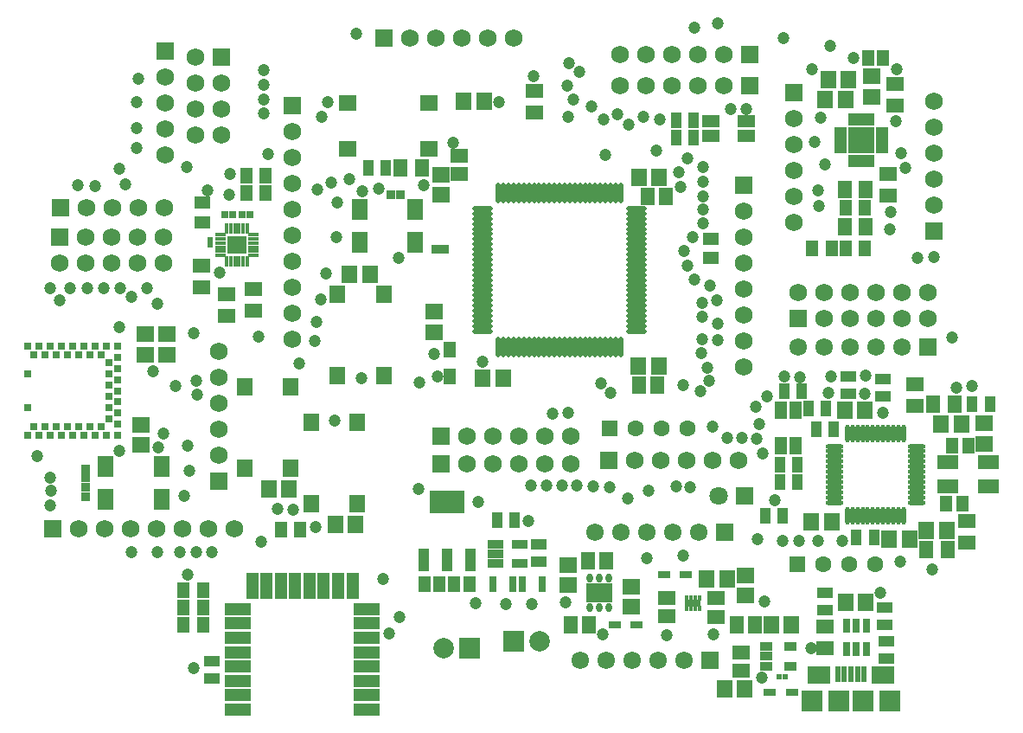
<source format=gts>
G04 Layer_Color=8388736*
%FSLAX44Y44*%
%MOMM*%
G71*
G01*
G75*
%ADD86R,1.7532X1.5532*%
%ADD87O,0.6032X0.9032*%
%ADD88R,2.6032X1.8532*%
%ADD89R,1.2632X0.7432*%
%ADD90R,1.3032X0.8532*%
%ADD91R,1.6532X1.3532*%
%ADD92R,1.5532X1.7532*%
%ADD93R,0.5632X0.5232*%
%ADD94R,1.3532X1.6532*%
%ADD95R,1.2532X1.6032*%
%ADD96R,2.0032X1.4032*%
%ADD97R,1.0532X1.5032*%
%ADD98R,0.7532X1.5532*%
%ADD99R,1.5032X0.9032*%
%ADD100R,1.5032X1.0532*%
%ADD101R,1.2532X1.5532*%
%ADD102R,3.4032X2.3032*%
%ADD103R,1.1032X2.3032*%
%ADD104R,1.6432X0.6432*%
%ADD105R,0.4632X0.5532*%
%ADD106R,1.5032X1.7532*%
%ADD107C,1.2032*%
%ADD108R,1.7032X1.4532*%
%ADD109R,2.6532X2.6532*%
%ADD110R,0.5032X1.1532*%
%ADD111R,1.1532X0.5032*%
%ADD112R,1.7032X1.2032*%
%ADD113R,1.6032X1.2532*%
%ADD114R,0.7632X0.7232*%
%ADD115R,1.2032X2.6532*%
%ADD116R,2.6532X1.2032*%
%ADD117O,0.5032X2.0032*%
%ADD118O,2.0032X0.5032*%
%ADD119R,1.4532X1.7032*%
%ADD120R,0.8032X1.4032*%
%ADD121R,1.7032X1.6032*%
%ADD122R,0.8232X0.8232*%
%ADD123R,2.1032X2.1032*%
%ADD124R,2.0032X2.1032*%
%ADD125R,0.6032X1.5532*%
%ADD126R,2.3032X1.8032*%
%ADD127R,1.1532X1.5532*%
%ADD128R,0.6932X0.6932*%
%ADD129R,1.9032X1.7432*%
%ADD130O,0.4032X1.1032*%
%ADD131O,1.1032X0.4032*%
%ADD132R,0.8232X0.8232*%
%ADD133R,1.5032X2.1032*%
%ADD134R,0.5232X0.5632*%
%ADD135R,1.2032X1.6032*%
%ADD136R,1.7532X1.5032*%
%ADD137O,1.7532X0.4532*%
%ADD138O,0.4532X1.7532*%
%ADD139R,1.2032X1.7032*%
%ADD140R,2.0032X2.0032*%
%ADD141C,2.0032*%
%ADD142R,1.7532X1.7532*%
%ADD143C,1.7532*%
%ADD144R,1.7232X1.7232*%
%ADD145C,1.7232*%
%ADD146R,1.7532X1.7532*%
%ADD147C,1.6032*%
%ADD148R,1.6032X1.6032*%
%ADD149R,1.8032X1.8032*%
%ADD150C,1.8032*%
%ADD151C,0.7032*%
D86*
X531500Y-21250D02*
D03*
Y-41250D02*
D03*
X593250Y-42500D02*
D03*
Y-62500D02*
D03*
X704765Y-51457D02*
D03*
Y-31457D02*
D03*
X828750Y456500D02*
D03*
Y436500D02*
D03*
X400250Y226250D02*
D03*
Y206250D02*
D03*
X117750Y184250D02*
D03*
Y204250D02*
D03*
X939000Y117000D02*
D03*
Y97000D02*
D03*
X138750Y184250D02*
D03*
Y204250D02*
D03*
D87*
X571250Y-34500D02*
D03*
X561750D02*
D03*
X552250D02*
D03*
Y-63000D02*
D03*
X561750D02*
D03*
X571250D02*
D03*
D88*
X561750Y-48750D02*
D03*
D89*
X577300Y-80000D02*
D03*
X598700D02*
D03*
X729100Y-145750D02*
D03*
X750500D02*
D03*
X646450Y-31250D02*
D03*
X625050D02*
D03*
D90*
X749000Y-101250D02*
D03*
Y-120250D02*
D03*
X725000D02*
D03*
Y-110750D02*
D03*
Y-101250D02*
D03*
D91*
X701000Y-125000D02*
D03*
Y-107000D02*
D03*
X627750Y-53750D02*
D03*
Y-71750D02*
D03*
X675995Y-72000D02*
D03*
Y-54000D02*
D03*
X424500Y361000D02*
D03*
Y379000D02*
D03*
D92*
X704500Y-142500D02*
D03*
X684500D02*
D03*
X750250Y-80000D02*
D03*
X730250D02*
D03*
X666995Y-35250D02*
D03*
X686995D02*
D03*
X803000Y434000D02*
D03*
X783000D02*
D03*
X823000Y-58000D02*
D03*
X803000D02*
D03*
X429000Y432500D02*
D03*
X449000D02*
D03*
X896750Y116750D02*
D03*
X916750D02*
D03*
X317250Y263250D02*
D03*
X337250D02*
D03*
X806000Y453750D02*
D03*
X786000D02*
D03*
X845750Y4000D02*
D03*
X865750D02*
D03*
X600000Y173500D02*
D03*
X620000D02*
D03*
X600750Y357750D02*
D03*
X620750D02*
D03*
X323500Y18500D02*
D03*
X303500D02*
D03*
X467750Y161250D02*
D03*
X447750D02*
D03*
X882250Y12250D02*
D03*
X902250D02*
D03*
X802000Y129750D02*
D03*
X822000D02*
D03*
X789750Y20500D02*
D03*
X769750D02*
D03*
X258250Y53250D02*
D03*
X238250D02*
D03*
D93*
X743800Y-131000D02*
D03*
X738200D02*
D03*
D94*
X714500Y-80250D02*
D03*
X696500D02*
D03*
X533750Y-79750D02*
D03*
X551750D02*
D03*
X551000Y-17000D02*
D03*
X569000D02*
D03*
X619000Y154500D02*
D03*
X601000D02*
D03*
X609000Y339250D02*
D03*
X627000D02*
D03*
D95*
X154750Y-80250D02*
D03*
X173750D02*
D03*
X154750Y-63000D02*
D03*
X173750D02*
D03*
X154750Y-45750D02*
D03*
X173750D02*
D03*
X250250Y12750D02*
D03*
X269250D02*
D03*
X770250Y288000D02*
D03*
X789250D02*
D03*
X822000Y327750D02*
D03*
X803000D02*
D03*
X803000Y288000D02*
D03*
X822000D02*
D03*
X216250Y342250D02*
D03*
X235250D02*
D03*
X216250Y359750D02*
D03*
X235250D02*
D03*
D96*
X903000Y79250D02*
D03*
X943000D02*
D03*
Y55250D02*
D03*
X903000D02*
D03*
D97*
X462000Y22750D02*
D03*
X479000D02*
D03*
X654500Y397000D02*
D03*
X637500D02*
D03*
X654500Y413750D02*
D03*
X637500D02*
D03*
X830750Y5500D02*
D03*
X813750D02*
D03*
X353000Y367250D02*
D03*
X336000D02*
D03*
X755750Y76250D02*
D03*
X738750D02*
D03*
X944250Y135750D02*
D03*
X927250D02*
D03*
X738750Y59750D02*
D03*
X755750D02*
D03*
X774250Y111500D02*
D03*
X791250D02*
D03*
X741500Y26750D02*
D03*
X724500D02*
D03*
X760000Y148250D02*
D03*
X743000D02*
D03*
X767000Y131250D02*
D03*
X784000D02*
D03*
D98*
X505875Y-40250D02*
D03*
X486375D02*
D03*
X457375Y-40251D02*
D03*
X476875D02*
D03*
D99*
X484125Y-1250D02*
D03*
Y-20250D02*
D03*
X460125D02*
D03*
Y-10750D02*
D03*
Y-1250D02*
D03*
D100*
X502375Y-1250D02*
D03*
Y-18250D02*
D03*
X805500Y146000D02*
D03*
Y163000D02*
D03*
X182250Y-132750D02*
D03*
Y-115750D02*
D03*
X842750Y-112750D02*
D03*
Y-95750D02*
D03*
X783000Y-49000D02*
D03*
Y-66000D02*
D03*
X841251Y-62750D02*
D03*
Y-79750D02*
D03*
X839250Y143500D02*
D03*
Y160500D02*
D03*
D101*
X420000Y-40250D02*
D03*
X434500D02*
D03*
X391000D02*
D03*
X405500D02*
D03*
X825250Y474250D02*
D03*
X839750D02*
D03*
D102*
X412750Y40500D02*
D03*
D103*
X435750Y-16500D02*
D03*
X412750D02*
D03*
X389750D02*
D03*
D104*
X653745Y-59000D02*
D03*
D105*
X659750Y-53750D02*
D03*
X655750D02*
D03*
X651750D02*
D03*
X647750D02*
D03*
X659750Y-64250D02*
D03*
X655750D02*
D03*
X651750D02*
D03*
X647750D02*
D03*
D106*
X214500Y73500D02*
D03*
X259500D02*
D03*
X214500Y153000D02*
D03*
X259500D02*
D03*
X305750Y164000D02*
D03*
X350750D02*
D03*
X305750Y243500D02*
D03*
X350750D02*
D03*
X280000Y38500D02*
D03*
X325000D02*
D03*
X280000Y118000D02*
D03*
X325000D02*
D03*
D107*
X653250Y299250D02*
D03*
X200500Y361000D02*
D03*
X199750Y341000D02*
D03*
X178500Y345250D02*
D03*
X661500Y185500D02*
D03*
X346000Y346500D02*
D03*
X284250Y16000D02*
D03*
X262000Y32750D02*
D03*
X663250Y353500D02*
D03*
Y339500D02*
D03*
Y326000D02*
D03*
Y312500D02*
D03*
X645250Y286000D02*
D03*
X648500Y271750D02*
D03*
X655250Y258000D02*
D03*
X663000Y234750D02*
D03*
Y221250D02*
D03*
Y199250D02*
D03*
X663250Y367750D02*
D03*
X231250Y1000D02*
D03*
X837500Y-48500D02*
D03*
X238000Y380500D02*
D03*
X233500Y434000D02*
D03*
Y420250D02*
D03*
Y448250D02*
D03*
Y462500D02*
D03*
X285500Y346000D02*
D03*
X157750Y368250D02*
D03*
X92000Y365750D02*
D03*
X98000Y351000D02*
D03*
X108750Y386750D02*
D03*
X68000Y349500D02*
D03*
X51250Y349750D02*
D03*
X324000Y498000D02*
D03*
X677500Y508500D02*
D03*
X655000Y504500D02*
D03*
X108750Y406000D02*
D03*
X294750Y263500D02*
D03*
X109250Y431250D02*
D03*
X536500Y434250D02*
D03*
X579500Y419750D02*
D03*
X590500Y409000D02*
D03*
X605000Y416750D02*
D03*
X621500Y414250D02*
D03*
X705750Y424750D02*
D03*
X690750Y424500D02*
D03*
X385967Y157000D02*
D03*
X403250Y162750D02*
D03*
X268250Y175750D02*
D03*
X810500Y474250D02*
D03*
X778250Y416500D02*
D03*
X770500Y463250D02*
D03*
X419000Y391500D02*
D03*
X722250Y87250D02*
D03*
X726250Y143750D02*
D03*
X714750Y133750D02*
D03*
X718250Y116500D02*
D03*
X687000Y103000D02*
D03*
X716250Y101750D02*
D03*
X702000Y103000D02*
D03*
X672500Y113500D02*
D03*
X927000Y153250D02*
D03*
X447750Y177000D02*
D03*
X789041Y163267D02*
D03*
X786040Y146766D02*
D03*
X822250Y145750D02*
D03*
X822500Y164000D02*
D03*
X610000Y51500D02*
D03*
X651000Y55000D02*
D03*
X637250Y55500D02*
D03*
X366750Y-72500D02*
D03*
X11750Y84750D02*
D03*
X24500Y64250D02*
D03*
X24750Y51250D02*
D03*
X24250Y37000D02*
D03*
X356250Y-88750D02*
D03*
X443500Y40500D02*
D03*
X529000Y-57750D02*
D03*
X441250Y-59250D02*
D03*
X470250Y-60000D02*
D03*
X495500Y-59500D02*
D03*
X643750Y-12000D02*
D03*
X565500Y-89750D02*
D03*
X608500Y-15000D02*
D03*
X783000Y370250D02*
D03*
X772790Y392278D02*
D03*
X531500Y127750D02*
D03*
X516000Y126500D02*
D03*
X572750Y146500D02*
D03*
X563530Y156266D02*
D03*
X839250Y127250D02*
D03*
X758750Y162500D02*
D03*
X743039Y162767D02*
D03*
X888000Y-25750D02*
D03*
X741750Y1750D02*
D03*
X776250Y2000D02*
D03*
X757750Y2250D02*
D03*
X911500Y151750D02*
D03*
X856250Y-18500D02*
D03*
X800000Y2500D02*
D03*
X190500Y264250D02*
D03*
X43500Y249000D02*
D03*
X776750Y330000D02*
D03*
X776000Y345250D02*
D03*
X677750Y214500D02*
D03*
X667500Y171500D02*
D03*
X669750Y158750D02*
D03*
X660750Y149000D02*
D03*
X670000Y251750D02*
D03*
X676750Y237250D02*
D03*
X677750Y198750D02*
D03*
X857000Y381250D02*
D03*
X861750Y367250D02*
D03*
X852000Y412500D02*
D03*
X641250Y348750D02*
D03*
X365750Y279000D02*
D03*
X389750Y350250D02*
D03*
X135500Y107250D02*
D03*
X846000Y306500D02*
D03*
X847250Y323500D02*
D03*
X643750Y154500D02*
D03*
X492250Y21250D02*
D03*
X164750Y-122750D02*
D03*
X385000Y53000D02*
D03*
X247000Y33250D02*
D03*
X302750Y120000D02*
D03*
X329000Y161000D02*
D03*
X283000Y198000D02*
D03*
X285250Y216000D02*
D03*
X289000Y238000D02*
D03*
X639500Y363000D02*
D03*
X648000Y376125D02*
D03*
X618000Y383750D02*
D03*
X567750Y379500D02*
D03*
X317250Y356250D02*
D03*
X329750Y344500D02*
D03*
X304250Y299500D02*
D03*
X305000Y333250D02*
D03*
X299250Y353000D02*
D03*
X155750Y46250D02*
D03*
X183000Y-8500D02*
D03*
X129000D02*
D03*
X103750D02*
D03*
X130500Y93250D02*
D03*
X160750Y70750D02*
D03*
X159250Y95000D02*
D03*
X167000Y159000D02*
D03*
X61000Y249750D02*
D03*
X92500Y249000D02*
D03*
X76750Y249250D02*
D03*
X168500Y145500D02*
D03*
X147000Y153500D02*
D03*
X125000Y167750D02*
D03*
X118750Y249250D02*
D03*
X92250Y211250D02*
D03*
X33750Y237500D02*
D03*
X24000Y249500D02*
D03*
X104250Y240500D02*
D03*
X296000Y431500D02*
D03*
X290500Y417250D02*
D03*
X164750Y205000D02*
D03*
X228000Y202000D02*
D03*
X565750Y414500D02*
D03*
X554500Y427250D02*
D03*
X542500Y461250D02*
D03*
X532000Y469500D02*
D03*
X530250Y447750D02*
D03*
X531250Y417000D02*
D03*
X497750Y457000D02*
D03*
X463500Y431750D02*
D03*
X400250Y185250D02*
D03*
X350000Y-35500D02*
D03*
X167000Y-8500D02*
D03*
X151000D02*
D03*
X158750Y-30500D02*
D03*
X129000Y234000D02*
D03*
X495250Y56000D02*
D03*
X510250D02*
D03*
X525500D02*
D03*
X590250Y43750D02*
D03*
X540000Y56000D02*
D03*
X555750Y55500D02*
D03*
X572000Y55000D02*
D03*
X788250Y486000D02*
D03*
X907750Y200750D02*
D03*
X742250Y493750D02*
D03*
X733500Y42250D02*
D03*
X110500Y454250D02*
D03*
X627750Y-90500D02*
D03*
X717000Y3500D02*
D03*
X721250Y-131250D02*
D03*
X723250Y-57000D02*
D03*
X769000Y-102500D02*
D03*
X873250Y279000D02*
D03*
X889500Y279500D02*
D03*
X853500Y463750D02*
D03*
X91900Y90500D02*
D03*
X673500Y-89750D02*
D03*
D108*
X844500Y339750D02*
D03*
Y360750D02*
D03*
X851500Y448750D02*
D03*
Y427750D02*
D03*
X498250Y421500D02*
D03*
Y442500D02*
D03*
X783250Y-102500D02*
D03*
Y-81500D02*
D03*
X871000Y134250D02*
D03*
Y155250D02*
D03*
X197000Y243500D02*
D03*
Y222500D02*
D03*
X223500Y227250D02*
D03*
Y248250D02*
D03*
X172750Y250000D02*
D03*
Y271000D02*
D03*
X921750Y21750D02*
D03*
Y750D02*
D03*
D109*
X818500Y394250D02*
D03*
D110*
X808500Y414750D02*
D03*
X813500D02*
D03*
X818500D02*
D03*
X823500D02*
D03*
X828500D02*
D03*
Y373750D02*
D03*
X823500D02*
D03*
X818500D02*
D03*
X813500D02*
D03*
X808500D02*
D03*
D111*
X839000Y404250D02*
D03*
Y399250D02*
D03*
Y394250D02*
D03*
Y389250D02*
D03*
Y384250D02*
D03*
X798000D02*
D03*
Y389250D02*
D03*
Y394250D02*
D03*
Y399250D02*
D03*
Y404250D02*
D03*
D112*
X705750Y412500D02*
D03*
Y398500D02*
D03*
X670750D02*
D03*
Y412500D02*
D03*
D113*
X670750Y297750D02*
D03*
Y278750D02*
D03*
X173250Y332750D02*
D03*
Y313750D02*
D03*
D114*
X203300Y321250D02*
D03*
X195700D02*
D03*
X220050D02*
D03*
X212450D02*
D03*
D115*
X320250Y-41800D02*
D03*
X306250D02*
D03*
X292250D02*
D03*
X278250D02*
D03*
X264250D02*
D03*
X250250D02*
D03*
X236250D02*
D03*
X222250D02*
D03*
D116*
X208300Y-162750D02*
D03*
Y-148750D02*
D03*
Y-134750D02*
D03*
Y-120750D02*
D03*
Y-106750D02*
D03*
Y-92750D02*
D03*
Y-78750D02*
D03*
Y-64750D02*
D03*
X334200D02*
D03*
Y-78750D02*
D03*
Y-92750D02*
D03*
Y-106750D02*
D03*
Y-120750D02*
D03*
Y-134750D02*
D03*
Y-148750D02*
D03*
Y-162750D02*
D03*
D117*
X463000Y342750D02*
D03*
X468000D02*
D03*
X473000D02*
D03*
X478000D02*
D03*
X483000D02*
D03*
X488000D02*
D03*
X493000D02*
D03*
X498000D02*
D03*
X503000D02*
D03*
X508000D02*
D03*
X513000D02*
D03*
X518000D02*
D03*
X523000D02*
D03*
X528000D02*
D03*
X533000D02*
D03*
X538000D02*
D03*
X543000D02*
D03*
X548000D02*
D03*
X553000D02*
D03*
X558000D02*
D03*
X563000D02*
D03*
X568000D02*
D03*
X573000D02*
D03*
X578000D02*
D03*
X583000D02*
D03*
Y191750D02*
D03*
X578000D02*
D03*
X573000D02*
D03*
X568000D02*
D03*
X563000D02*
D03*
X558000D02*
D03*
X553000D02*
D03*
X548000D02*
D03*
X543000D02*
D03*
X538000D02*
D03*
X533000D02*
D03*
X528000D02*
D03*
X523000D02*
D03*
X518000D02*
D03*
X513000D02*
D03*
X508000D02*
D03*
X503000D02*
D03*
X498000D02*
D03*
X493000D02*
D03*
X488000D02*
D03*
X483000D02*
D03*
X478000D02*
D03*
X473000D02*
D03*
X468000D02*
D03*
X463000D02*
D03*
D118*
X598500Y327250D02*
D03*
Y322250D02*
D03*
Y317250D02*
D03*
Y312250D02*
D03*
Y307250D02*
D03*
Y302250D02*
D03*
Y297250D02*
D03*
Y292250D02*
D03*
Y287250D02*
D03*
Y282250D02*
D03*
Y277250D02*
D03*
Y272250D02*
D03*
Y267250D02*
D03*
Y262250D02*
D03*
Y257250D02*
D03*
Y252250D02*
D03*
Y247250D02*
D03*
Y242250D02*
D03*
Y237250D02*
D03*
Y232250D02*
D03*
Y227250D02*
D03*
Y222250D02*
D03*
Y217250D02*
D03*
Y212250D02*
D03*
Y207250D02*
D03*
X447500D02*
D03*
Y212250D02*
D03*
Y217250D02*
D03*
Y222250D02*
D03*
Y227250D02*
D03*
Y232250D02*
D03*
Y237250D02*
D03*
Y242250D02*
D03*
Y247250D02*
D03*
Y252250D02*
D03*
Y257250D02*
D03*
Y262250D02*
D03*
Y267250D02*
D03*
Y272250D02*
D03*
Y277250D02*
D03*
Y282250D02*
D03*
Y287250D02*
D03*
Y292250D02*
D03*
Y297250D02*
D03*
Y302250D02*
D03*
Y307250D02*
D03*
Y312250D02*
D03*
Y317250D02*
D03*
Y322250D02*
D03*
Y327250D02*
D03*
D119*
X388500Y367000D02*
D03*
X367500D02*
D03*
X823000Y346250D02*
D03*
X802000D02*
D03*
X802000Y309500D02*
D03*
X823000D02*
D03*
X909750Y135500D02*
D03*
X888750D02*
D03*
X882250Y-6250D02*
D03*
X903250D02*
D03*
D120*
X804250Y-80750D02*
D03*
X813750D02*
D03*
X823250D02*
D03*
Y-103750D02*
D03*
X813750D02*
D03*
X804250D02*
D03*
D121*
X113000Y96500D02*
D03*
Y115500D02*
D03*
X407000Y360000D02*
D03*
Y341000D02*
D03*
D122*
X58750Y54250D02*
D03*
Y45250D02*
D03*
Y72750D02*
D03*
Y63750D02*
D03*
D123*
X820250Y-154750D02*
D03*
X796250D02*
D03*
D124*
X846250D02*
D03*
X770250D02*
D03*
D125*
X808250Y-128000D02*
D03*
X801750D02*
D03*
X795250D02*
D03*
X814750D02*
D03*
X821250D02*
D03*
D126*
X777250Y-129250D02*
D03*
X839250D02*
D03*
D127*
X901750Y38750D02*
D03*
X917750D02*
D03*
X923250Y95500D02*
D03*
X907250D02*
D03*
D128*
X2501Y132500D02*
D03*
Y165500D02*
D03*
X74000Y114000D02*
D03*
X63000D02*
D03*
X52000D02*
D03*
X41000D02*
D03*
X30000D02*
D03*
X19000D02*
D03*
X79500Y105000D02*
D03*
X68500D02*
D03*
X57500D02*
D03*
X46500D02*
D03*
X35500D02*
D03*
X24500D02*
D03*
X13500D02*
D03*
X8000Y114000D02*
D03*
X2501Y105000D02*
D03*
X90500D02*
D03*
Y116000D02*
D03*
Y127000D02*
D03*
Y138000D02*
D03*
Y149000D02*
D03*
Y160000D02*
D03*
Y171000D02*
D03*
Y182000D02*
D03*
Y193000D02*
D03*
X81500Y121500D02*
D03*
Y132500D02*
D03*
Y143500D02*
D03*
Y154500D02*
D03*
Y165500D02*
D03*
Y176500D02*
D03*
X79500Y193000D02*
D03*
X68500D02*
D03*
X57500D02*
D03*
X46500D02*
D03*
X35500D02*
D03*
X24500D02*
D03*
X13500D02*
D03*
X2501D02*
D03*
X74000Y184000D02*
D03*
X63000D02*
D03*
X52000D02*
D03*
X41000D02*
D03*
X30000D02*
D03*
X19000D02*
D03*
X8000D02*
D03*
D129*
X207250Y291500D02*
D03*
D130*
X217250Y275180D02*
D03*
X213250D02*
D03*
X209250D02*
D03*
X205250D02*
D03*
X201250D02*
D03*
X197250D02*
D03*
Y307820D02*
D03*
X201250D02*
D03*
X205250D02*
D03*
X209250D02*
D03*
X213250D02*
D03*
X217250D02*
D03*
D131*
X190930Y281500D02*
D03*
Y285500D02*
D03*
Y289500D02*
D03*
Y293500D02*
D03*
Y297500D02*
D03*
Y301500D02*
D03*
X223570D02*
D03*
Y297500D02*
D03*
Y293500D02*
D03*
Y289500D02*
D03*
Y285500D02*
D03*
Y281500D02*
D03*
D132*
X401500Y287750D02*
D03*
X410500D02*
D03*
X358250Y340500D02*
D03*
X367250D02*
D03*
D133*
X133500Y42500D02*
D03*
Y74500D02*
D03*
X78500Y42500D02*
D03*
Y74500D02*
D03*
X327000Y326250D02*
D03*
Y294250D02*
D03*
X382000Y326250D02*
D03*
Y294250D02*
D03*
D134*
X181250Y297050D02*
D03*
Y291450D02*
D03*
D135*
X415500Y189250D02*
D03*
Y163250D02*
D03*
D136*
X395000Y385500D02*
D03*
Y430500D02*
D03*
X315500Y385500D02*
D03*
Y430500D02*
D03*
D137*
X872501Y39750D02*
D03*
Y44750D02*
D03*
Y49750D02*
D03*
Y54750D02*
D03*
Y59750D02*
D03*
Y64750D02*
D03*
Y69750D02*
D03*
Y74750D02*
D03*
Y79750D02*
D03*
Y84750D02*
D03*
Y89750D02*
D03*
Y94750D02*
D03*
X792000D02*
D03*
Y89750D02*
D03*
Y84750D02*
D03*
Y79750D02*
D03*
Y74750D02*
D03*
Y69750D02*
D03*
Y64750D02*
D03*
Y59750D02*
D03*
Y54750D02*
D03*
Y49750D02*
D03*
Y44750D02*
D03*
Y39750D02*
D03*
D138*
X859750Y107500D02*
D03*
X854750D02*
D03*
X849750D02*
D03*
X844751D02*
D03*
X839750D02*
D03*
X834751D02*
D03*
X829750D02*
D03*
X824751D02*
D03*
X819750D02*
D03*
X814751D02*
D03*
X809750D02*
D03*
X804751D02*
D03*
Y27000D02*
D03*
X809750D02*
D03*
X814751D02*
D03*
X819750D02*
D03*
X824751D02*
D03*
X829750D02*
D03*
X834751D02*
D03*
X839750D02*
D03*
X844751D02*
D03*
X849750D02*
D03*
X854750D02*
D03*
X859750D02*
D03*
D139*
X740000Y95250D02*
D03*
X754000D02*
D03*
Y130250D02*
D03*
X740000D02*
D03*
D140*
X478300Y-96000D02*
D03*
X435250Y-102500D02*
D03*
D141*
X503700Y-96000D02*
D03*
X409850Y-102500D02*
D03*
D142*
X756700Y219600D02*
D03*
X26750Y14000D02*
D03*
X33700Y299500D02*
D03*
X34100Y327750D02*
D03*
X406800Y77250D02*
D03*
X571500Y80750D02*
D03*
X406900Y104500D02*
D03*
X351400Y493750D02*
D03*
X708850Y477625D02*
D03*
Y447250D02*
D03*
D143*
X782100Y219600D02*
D03*
X807500D02*
D03*
X832900D02*
D03*
X858300D02*
D03*
X883700D02*
D03*
X756700Y245000D02*
D03*
X782100D02*
D03*
X807500D02*
D03*
X832900D02*
D03*
X858300D02*
D03*
X883700D02*
D03*
X204550Y14000D02*
D03*
X179150D02*
D03*
X153750D02*
D03*
X128350D02*
D03*
X102950D02*
D03*
X77550D02*
D03*
X52150D02*
D03*
X889750Y432000D02*
D03*
Y406600D02*
D03*
Y381200D02*
D03*
Y355800D02*
D03*
Y330400D02*
D03*
X752000Y313450D02*
D03*
Y338850D02*
D03*
Y364250D02*
D03*
Y389650D02*
D03*
Y415050D02*
D03*
X59100Y299500D02*
D03*
X84500D02*
D03*
X109900D02*
D03*
X135300D02*
D03*
X33700Y274100D02*
D03*
X59100D02*
D03*
X84500D02*
D03*
X109900D02*
D03*
X135300D02*
D03*
X135700Y327750D02*
D03*
X110300D02*
D03*
X84900D02*
D03*
X59500D02*
D03*
X533800Y77250D02*
D03*
X508400D02*
D03*
X483000D02*
D03*
X457600D02*
D03*
X432200D02*
D03*
X698500Y80750D02*
D03*
X673100D02*
D03*
X647700D02*
D03*
X622300D02*
D03*
X596900D02*
D03*
X533900Y104500D02*
D03*
X508500D02*
D03*
X483100D02*
D03*
X457700D02*
D03*
X432300D02*
D03*
X189750Y187250D02*
D03*
Y161850D02*
D03*
Y136450D02*
D03*
Y111050D02*
D03*
Y85650D02*
D03*
X478400Y493750D02*
D03*
X453000D02*
D03*
X427600D02*
D03*
X402200D02*
D03*
X376800D02*
D03*
X581850Y477625D02*
D03*
X607250D02*
D03*
X632650D02*
D03*
X658050D02*
D03*
X683450D02*
D03*
X581850Y447250D02*
D03*
X607250D02*
D03*
X632650D02*
D03*
X658050D02*
D03*
X683450D02*
D03*
X261750Y402650D02*
D03*
Y377250D02*
D03*
Y351850D02*
D03*
Y326450D02*
D03*
Y301050D02*
D03*
Y275650D02*
D03*
Y250250D02*
D03*
Y224850D02*
D03*
Y199450D02*
D03*
X703250Y171950D02*
D03*
Y197350D02*
D03*
Y222750D02*
D03*
Y248150D02*
D03*
Y273550D02*
D03*
Y298950D02*
D03*
Y324350D02*
D03*
X136500Y379700D02*
D03*
Y405100D02*
D03*
Y430500D02*
D03*
Y455900D02*
D03*
X166350Y399000D02*
D03*
Y424400D02*
D03*
Y449800D02*
D03*
Y475200D02*
D03*
X191750Y399000D02*
D03*
Y424400D02*
D03*
Y449800D02*
D03*
D144*
X883700Y191500D02*
D03*
X670300Y-114750D02*
D03*
X684800Y10750D02*
D03*
D145*
X858300Y191500D02*
D03*
X832900D02*
D03*
X807500D02*
D03*
X782100D02*
D03*
X756700D02*
D03*
X543300Y-114750D02*
D03*
X568700D02*
D03*
X594100D02*
D03*
X619500D02*
D03*
X644900D02*
D03*
X557800Y10750D02*
D03*
X583200D02*
D03*
X608600D02*
D03*
X634000D02*
D03*
X659400D02*
D03*
D146*
X889750Y305000D02*
D03*
X752000Y440450D02*
D03*
X189750Y60250D02*
D03*
X261750Y428050D02*
D03*
X703250Y349750D02*
D03*
X136500Y481300D02*
D03*
X191750Y475200D02*
D03*
D147*
X806600Y-21000D02*
D03*
X781200D02*
D03*
X832000D02*
D03*
X623250Y112250D02*
D03*
X597850D02*
D03*
X648650D02*
D03*
D148*
X755800Y-21000D02*
D03*
X572450Y112250D02*
D03*
D149*
X704450Y46250D02*
D03*
D150*
X679050D02*
D03*
D151*
X567250Y-48750D02*
D03*
X556250D02*
D03*
X824000Y388750D02*
D03*
X813000D02*
D03*
X824000Y399750D02*
D03*
X813000D02*
D03*
M02*

</source>
